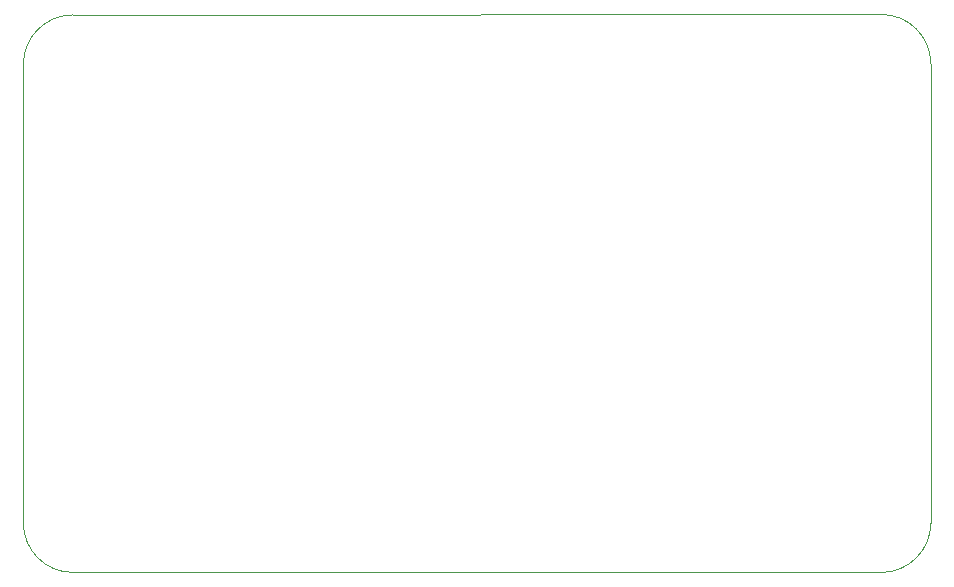
<source format=gbr>
%TF.GenerationSoftware,KiCad,Pcbnew,(6.0.11)*%
%TF.CreationDate,2023-02-12T20:23:43+01:00*%
%TF.ProjectId,ParentsHob2HoodController,50617265-6e74-4734-986f-6232486f6f64,rev?*%
%TF.SameCoordinates,Original*%
%TF.FileFunction,Profile,NP*%
%FSLAX46Y46*%
G04 Gerber Fmt 4.6, Leading zero omitted, Abs format (unit mm)*
G04 Created by KiCad (PCBNEW (6.0.11)) date 2023-02-12 20:23:43*
%MOMM*%
%LPD*%
G01*
G04 APERTURE LIST*
%TA.AperFunction,Profile*%
%ADD10C,0.100000*%
%TD*%
G04 APERTURE END LIST*
D10*
X22860000Y-22648485D02*
X22860000Y-61468000D01*
X22860000Y-61468000D02*
G75*
G03*
X27051000Y-65659000I4191000J0D01*
G01*
X27051000Y-18457480D02*
G75*
G03*
X22860000Y-22648485I0J-4191000D01*
G01*
X99695000Y-61468000D02*
X99695000Y-22606000D01*
X95504000Y-65659000D02*
X27051000Y-65659000D01*
X95504000Y-18415000D02*
X27051000Y-18457485D01*
X99695000Y-22606000D02*
G75*
G03*
X95504000Y-18415000I-4191000J0D01*
G01*
X95504000Y-65659000D02*
G75*
G03*
X99695000Y-61468000I0J4191000D01*
G01*
M02*

</source>
